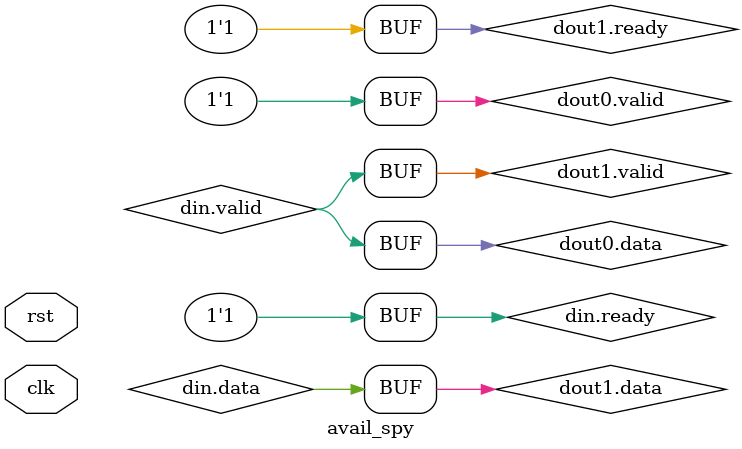
<source format=sv>
module avail_spy
  (
   input logic rst,
   input logic clk,
	 dti.consumer din,
	 dti.producer dout0,
	 dti.producer dout1
   );
   assign dout0.valid = 1;
   assign din.ready = 1;
   assign dout0.data = din.valid;

   assign dout1.valid = din.valid;
   assign dout1.data = din.data;
   assign din.ready = dout1.ready;

endmodule

</source>
